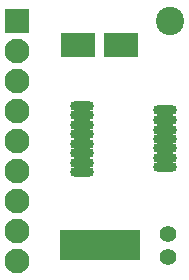
<source format=gts>
G04 #@! TF.FileFunction,Soldermask,Top*
%FSLAX46Y46*%
G04 Gerber Fmt 4.6, Leading zero omitted, Abs format (unit mm)*
G04 Created by KiCad (PCBNEW 4.0.6-e0-6349~52~ubuntu16.10.1) date Wed May  3 13:22:09 2017*
%MOMM*%
%LPD*%
G01*
G04 APERTURE LIST*
%ADD10C,0.100000*%
%ADD11O,2.000000X0.900000*%
%ADD12R,3.000000X2.000000*%
%ADD13C,1.400000*%
%ADD14R,6.900000X2.600000*%
%ADD15R,2.100000X2.100000*%
%ADD16C,2.100000*%
%ADD17C,2.400000*%
G04 APERTURE END LIST*
D10*
D11*
X127500000Y-92200000D03*
X127500000Y-93000000D03*
X127500000Y-93800000D03*
X127500000Y-94600000D03*
X127500000Y-95400000D03*
X127500000Y-96200000D03*
X127500000Y-97000000D03*
X127500000Y-97800000D03*
X134500000Y-97400000D03*
X134500000Y-96600000D03*
X134500000Y-95800000D03*
X134500000Y-95000000D03*
X134500000Y-94200000D03*
X134500000Y-93400000D03*
X134500000Y-92500000D03*
D12*
X127200000Y-87000000D03*
X130800000Y-87000000D03*
D13*
X134750000Y-103050000D03*
X134750000Y-104950000D03*
D14*
X129000000Y-104000000D03*
D15*
X122000000Y-85000000D03*
D16*
X122000000Y-87540000D03*
X122000000Y-90080000D03*
X122000000Y-92620000D03*
X122000000Y-95160000D03*
X122000000Y-97700000D03*
X122000000Y-100240000D03*
X122000000Y-102780000D03*
X122000000Y-105320000D03*
D17*
X135000000Y-85000000D03*
M02*

</source>
